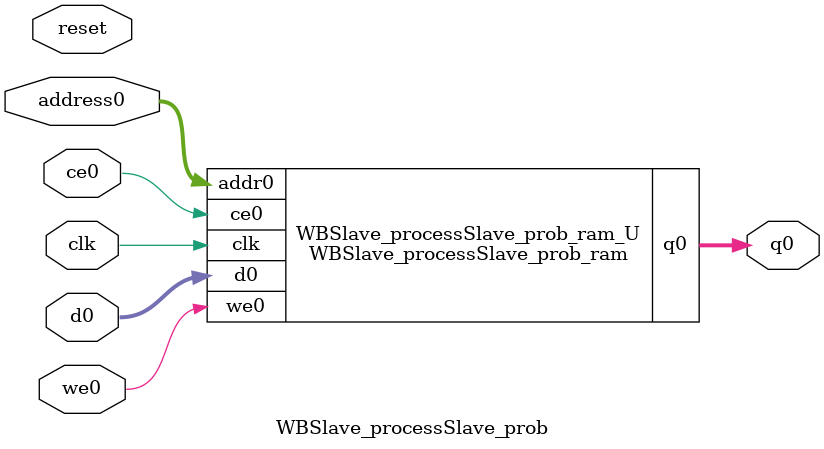
<source format=v>

`timescale 1 ns / 1 ps
module WBSlave_processSlave_prob_ram (addr0, ce0, d0, we0, q0,  clk);

parameter DWIDTH = 32;
parameter AWIDTH = 8;
parameter MEM_SIZE = 256;

input[AWIDTH-1:0] addr0;
input ce0;
input[DWIDTH-1:0] d0;
input we0;
output reg[DWIDTH-1:0] q0;
input clk;

(* ram_style = "block" *)reg [DWIDTH-1:0] ram[MEM_SIZE-1:0];




always @(posedge clk)  
begin 
    if (ce0) 
    begin
        if (we0) 
        begin 
            ram[addr0] <= d0; 
            q0 <= d0;
        end 
        else 
            q0 <= ram[addr0];
    end
end


endmodule


`timescale 1 ns / 1 ps
module WBSlave_processSlave_prob(
    reset,
    clk,
    address0,
    ce0,
    we0,
    d0,
    q0);

parameter DataWidth = 32'd32;
parameter AddressRange = 32'd256;
parameter AddressWidth = 32'd8;
input reset;
input clk;
input[AddressWidth - 1:0] address0;
input ce0;
input we0;
input[DataWidth - 1:0] d0;
output[DataWidth - 1:0] q0;



WBSlave_processSlave_prob_ram WBSlave_processSlave_prob_ram_U(
    .clk( clk ),
    .addr0( address0 ),
    .ce0( ce0 ),
    .d0( d0 ),
    .we0( we0 ),
    .q0( q0 ));

endmodule


</source>
